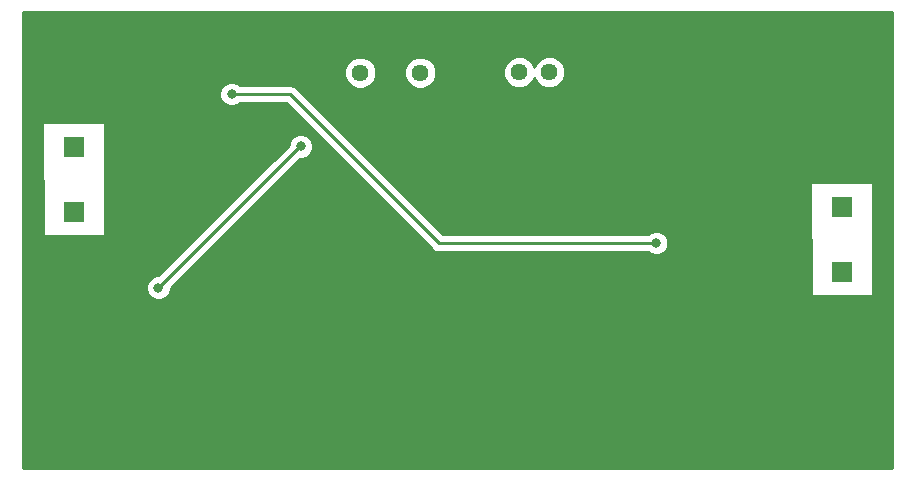
<source format=gbr>
G04 #@! TF.GenerationSoftware,KiCad,Pcbnew,5.0.2-bee76a0~70~ubuntu18.04.1*
G04 #@! TF.CreationDate,2019-01-01T14:35:21-08:00*
G04 #@! TF.ProjectId,Buck_Converter_V1,4275636b-5f43-46f6-9e76-65727465725f,rev?*
G04 #@! TF.SameCoordinates,Original*
G04 #@! TF.FileFunction,Copper,L2,Bot*
G04 #@! TF.FilePolarity,Positive*
%FSLAX46Y46*%
G04 Gerber Fmt 4.6, Leading zero omitted, Abs format (unit mm)*
G04 Created by KiCad (PCBNEW 5.0.2-bee76a0~70~ubuntu18.04.1) date Tue 01 Jan 2019 02:35:21 PM PST*
%MOMM*%
%LPD*%
G01*
G04 APERTURE LIST*
G04 #@! TA.AperFunction,ComponentPad*
%ADD10R,1.700000X1.700000*%
G04 #@! TD*
G04 #@! TA.AperFunction,ComponentPad*
%ADD11C,1.440000*%
G04 #@! TD*
G04 #@! TA.AperFunction,ViaPad*
%ADD12C,0.800000*%
G04 #@! TD*
G04 #@! TA.AperFunction,Conductor*
%ADD13C,0.250000*%
G04 #@! TD*
G04 #@! TA.AperFunction,Conductor*
%ADD14C,0.254000*%
G04 #@! TD*
G04 APERTURE END LIST*
D10*
G04 #@! TO.P,OUT+,1*
G04 #@! TO.N,Vout*
X178800000Y-85380000D03*
G04 #@! TD*
G04 #@! TO.P,OUT-,1*
G04 #@! TO.N,GND*
X178800000Y-104000000D03*
G04 #@! TD*
G04 #@! TO.P,IN-,1*
G04 #@! TO.N,GND*
X113800000Y-104000000D03*
G04 #@! TD*
G04 #@! TO.P,J1,1*
G04 #@! TO.N,Net-(F1-Pad2)*
X113800000Y-85800000D03*
G04 #@! TD*
G04 #@! TO.P,J2,1*
G04 #@! TO.N,GND*
X113800000Y-98500000D03*
G04 #@! TD*
G04 #@! TO.P,J3,1*
G04 #@! TO.N,Vout*
X178800000Y-90880000D03*
G04 #@! TD*
G04 #@! TO.P,J4,1*
G04 #@! TO.N,GND*
X178800000Y-98500000D03*
G04 #@! TD*
D11*
G04 #@! TO.P,RV1,1*
G04 #@! TO.N,GND*
X148958300Y-74015600D03*
G04 #@! TO.P,RV1,2*
G04 #@! TO.N,Net-(RV1-Pad2)*
X151498300Y-74015600D03*
G04 #@! TO.P,RV1,3*
G04 #@! TO.N,Net-(RV1-Pad3)*
X154038300Y-74015600D03*
G04 #@! TD*
G04 #@! TO.P,RV2,3*
G04 #@! TO.N,Net-(RV2-Pad3)*
X143103600Y-74028300D03*
G04 #@! TO.P,RV2,2*
G04 #@! TO.N,GND*
X140563600Y-74028300D03*
G04 #@! TO.P,RV2,1*
G04 #@! TO.N,Net-(C7-Pad1)*
X138023600Y-74028300D03*
G04 #@! TD*
D10*
G04 #@! TO.P,IN+,1*
G04 #@! TO.N,Net-(F1-Pad2)*
X113800000Y-80300000D03*
G04 #@! TD*
D12*
G04 #@! TO.N,GND*
X152323800Y-80073500D03*
X152285700Y-81953100D03*
X152361900Y-83934300D03*
X136448800Y-77419200D03*
X127241300Y-102552500D03*
X142824200Y-102298500D03*
X167957500Y-103657400D03*
X175323500Y-104368600D03*
X116840000Y-104165400D03*
X116522500Y-100482400D03*
X175577500Y-100609400D03*
X136169400Y-97574100D03*
X124206000Y-84201000D03*
X130479800Y-86144100D03*
X140436600Y-86664800D03*
X144043400Y-85166200D03*
X129959100Y-74066400D03*
X145275300Y-77749400D03*
X157556200Y-101396800D03*
X149669500Y-101333300D03*
X156387800Y-84658200D03*
G04 #@! TO.N,Vin*
X132994400Y-80276700D03*
X120942100Y-92240100D03*
G04 #@! TO.N,Vout*
X163080700Y-88468200D03*
X127139700Y-75857100D03*
G04 #@! TD*
D13*
G04 #@! TO.N,Vin*
X132905500Y-80276700D02*
X132994400Y-80276700D01*
X120942100Y-92240100D02*
X132905500Y-80276700D01*
G04 #@! TO.N,Vout*
X127152400Y-75844400D02*
X127139700Y-75857100D01*
X132054600Y-75844400D02*
X127152400Y-75844400D01*
X163080700Y-88468200D02*
X144678400Y-88468200D01*
X144678400Y-88468200D02*
X132054600Y-75844400D01*
G04 #@! TD*
D14*
G04 #@! TO.N,GND*
G36*
X183078201Y-107514400D02*
X109498200Y-107514400D01*
X109498200Y-92034226D01*
X119907100Y-92034226D01*
X119907100Y-92445974D01*
X120064669Y-92826380D01*
X120355820Y-93117531D01*
X120736226Y-93275100D01*
X121147974Y-93275100D01*
X121528380Y-93117531D01*
X121819531Y-92826380D01*
X121977100Y-92445974D01*
X121977100Y-92279901D01*
X132945302Y-81311700D01*
X133200274Y-81311700D01*
X133580680Y-81154131D01*
X133871831Y-80862980D01*
X134029400Y-80482574D01*
X134029400Y-80070826D01*
X133871831Y-79690420D01*
X133580680Y-79399269D01*
X133200274Y-79241700D01*
X132788526Y-79241700D01*
X132408120Y-79399269D01*
X132116969Y-79690420D01*
X131959400Y-80070826D01*
X131959400Y-80147998D01*
X120902299Y-91205100D01*
X120736226Y-91205100D01*
X120355820Y-91362669D01*
X120064669Y-91653820D01*
X119907100Y-92034226D01*
X109498200Y-92034226D01*
X109498200Y-78321432D01*
X111099600Y-78321432D01*
X111125000Y-87744832D01*
X111134667Y-87793091D01*
X111162197Y-87834293D01*
X111203399Y-87861823D01*
X111252000Y-87871490D01*
X116293900Y-87871490D01*
X116342501Y-87861823D01*
X116383703Y-87834293D01*
X116411233Y-87793091D01*
X116420900Y-87744490D01*
X116420900Y-78333790D01*
X116411359Y-78285496D01*
X116383937Y-78244222D01*
X116342807Y-78216585D01*
X116294232Y-78206790D01*
X111430132Y-78194090D01*
X111226600Y-78194090D01*
X111177683Y-78203889D01*
X111136556Y-78231530D01*
X111109137Y-78272806D01*
X111099600Y-78321432D01*
X109498200Y-78321432D01*
X109498200Y-75651226D01*
X126104700Y-75651226D01*
X126104700Y-76062974D01*
X126262269Y-76443380D01*
X126553420Y-76734531D01*
X126933826Y-76892100D01*
X127345574Y-76892100D01*
X127725980Y-76734531D01*
X127856111Y-76604400D01*
X131739799Y-76604400D01*
X144088071Y-88952673D01*
X144130471Y-89016129D01*
X144381863Y-89184104D01*
X144603548Y-89228200D01*
X144603552Y-89228200D01*
X144678399Y-89243088D01*
X144753246Y-89228200D01*
X162376989Y-89228200D01*
X162494420Y-89345631D01*
X162874826Y-89503200D01*
X163286574Y-89503200D01*
X163666980Y-89345631D01*
X163958131Y-89054480D01*
X164115700Y-88674074D01*
X164115700Y-88262326D01*
X163958131Y-87881920D01*
X163666980Y-87590769D01*
X163286574Y-87433200D01*
X162874826Y-87433200D01*
X162494420Y-87590769D01*
X162376989Y-87708200D01*
X144993202Y-87708200D01*
X140682656Y-83397654D01*
X176136300Y-83397654D01*
X176161700Y-92821054D01*
X176171367Y-92869313D01*
X176198897Y-92910515D01*
X176240099Y-92938045D01*
X176288700Y-92947712D01*
X181330600Y-92947712D01*
X181379201Y-92938045D01*
X181420403Y-92910515D01*
X181447933Y-92869313D01*
X181457600Y-92820712D01*
X181457600Y-83410012D01*
X181448059Y-83361718D01*
X181420637Y-83320444D01*
X181379507Y-83292807D01*
X181330932Y-83283012D01*
X176466832Y-83270312D01*
X176263300Y-83270312D01*
X176214383Y-83280111D01*
X176173256Y-83307752D01*
X176145837Y-83349028D01*
X176136300Y-83397654D01*
X140682656Y-83397654D01*
X132644931Y-75359930D01*
X132602529Y-75296471D01*
X132351137Y-75128496D01*
X132129452Y-75084400D01*
X132129447Y-75084400D01*
X132054600Y-75069512D01*
X131979753Y-75084400D01*
X127830711Y-75084400D01*
X127725980Y-74979669D01*
X127345574Y-74822100D01*
X126933826Y-74822100D01*
X126553420Y-74979669D01*
X126262269Y-75270820D01*
X126104700Y-75651226D01*
X109498200Y-75651226D01*
X109498200Y-73758774D01*
X136668600Y-73758774D01*
X136668600Y-74297826D01*
X136874886Y-74795846D01*
X137256054Y-75177014D01*
X137754074Y-75383300D01*
X138293126Y-75383300D01*
X138791146Y-75177014D01*
X139172314Y-74795846D01*
X139378600Y-74297826D01*
X139378600Y-73758774D01*
X141748600Y-73758774D01*
X141748600Y-74297826D01*
X141954886Y-74795846D01*
X142336054Y-75177014D01*
X142834074Y-75383300D01*
X143373126Y-75383300D01*
X143871146Y-75177014D01*
X144252314Y-74795846D01*
X144458600Y-74297826D01*
X144458600Y-73758774D01*
X144453340Y-73746074D01*
X150143300Y-73746074D01*
X150143300Y-74285126D01*
X150349586Y-74783146D01*
X150730754Y-75164314D01*
X151228774Y-75370600D01*
X151767826Y-75370600D01*
X152265846Y-75164314D01*
X152647014Y-74783146D01*
X152768300Y-74490335D01*
X152889586Y-74783146D01*
X153270754Y-75164314D01*
X153768774Y-75370600D01*
X154307826Y-75370600D01*
X154805846Y-75164314D01*
X155187014Y-74783146D01*
X155393300Y-74285126D01*
X155393300Y-73746074D01*
X155187014Y-73248054D01*
X154805846Y-72866886D01*
X154307826Y-72660600D01*
X153768774Y-72660600D01*
X153270754Y-72866886D01*
X152889586Y-73248054D01*
X152768300Y-73540865D01*
X152647014Y-73248054D01*
X152265846Y-72866886D01*
X151767826Y-72660600D01*
X151228774Y-72660600D01*
X150730754Y-72866886D01*
X150349586Y-73248054D01*
X150143300Y-73746074D01*
X144453340Y-73746074D01*
X144252314Y-73260754D01*
X143871146Y-72879586D01*
X143373126Y-72673300D01*
X142834074Y-72673300D01*
X142336054Y-72879586D01*
X141954886Y-73260754D01*
X141748600Y-73758774D01*
X139378600Y-73758774D01*
X139172314Y-73260754D01*
X138791146Y-72879586D01*
X138293126Y-72673300D01*
X137754074Y-72673300D01*
X137256054Y-72879586D01*
X136874886Y-73260754D01*
X136668600Y-73758774D01*
X109498200Y-73758774D01*
X109498200Y-68934400D01*
X183078200Y-68934400D01*
X183078201Y-107514400D01*
X183078201Y-107514400D01*
G37*
X183078201Y-107514400D02*
X109498200Y-107514400D01*
X109498200Y-92034226D01*
X119907100Y-92034226D01*
X119907100Y-92445974D01*
X120064669Y-92826380D01*
X120355820Y-93117531D01*
X120736226Y-93275100D01*
X121147974Y-93275100D01*
X121528380Y-93117531D01*
X121819531Y-92826380D01*
X121977100Y-92445974D01*
X121977100Y-92279901D01*
X132945302Y-81311700D01*
X133200274Y-81311700D01*
X133580680Y-81154131D01*
X133871831Y-80862980D01*
X134029400Y-80482574D01*
X134029400Y-80070826D01*
X133871831Y-79690420D01*
X133580680Y-79399269D01*
X133200274Y-79241700D01*
X132788526Y-79241700D01*
X132408120Y-79399269D01*
X132116969Y-79690420D01*
X131959400Y-80070826D01*
X131959400Y-80147998D01*
X120902299Y-91205100D01*
X120736226Y-91205100D01*
X120355820Y-91362669D01*
X120064669Y-91653820D01*
X119907100Y-92034226D01*
X109498200Y-92034226D01*
X109498200Y-78321432D01*
X111099600Y-78321432D01*
X111125000Y-87744832D01*
X111134667Y-87793091D01*
X111162197Y-87834293D01*
X111203399Y-87861823D01*
X111252000Y-87871490D01*
X116293900Y-87871490D01*
X116342501Y-87861823D01*
X116383703Y-87834293D01*
X116411233Y-87793091D01*
X116420900Y-87744490D01*
X116420900Y-78333790D01*
X116411359Y-78285496D01*
X116383937Y-78244222D01*
X116342807Y-78216585D01*
X116294232Y-78206790D01*
X111430132Y-78194090D01*
X111226600Y-78194090D01*
X111177683Y-78203889D01*
X111136556Y-78231530D01*
X111109137Y-78272806D01*
X111099600Y-78321432D01*
X109498200Y-78321432D01*
X109498200Y-75651226D01*
X126104700Y-75651226D01*
X126104700Y-76062974D01*
X126262269Y-76443380D01*
X126553420Y-76734531D01*
X126933826Y-76892100D01*
X127345574Y-76892100D01*
X127725980Y-76734531D01*
X127856111Y-76604400D01*
X131739799Y-76604400D01*
X144088071Y-88952673D01*
X144130471Y-89016129D01*
X144381863Y-89184104D01*
X144603548Y-89228200D01*
X144603552Y-89228200D01*
X144678399Y-89243088D01*
X144753246Y-89228200D01*
X162376989Y-89228200D01*
X162494420Y-89345631D01*
X162874826Y-89503200D01*
X163286574Y-89503200D01*
X163666980Y-89345631D01*
X163958131Y-89054480D01*
X164115700Y-88674074D01*
X164115700Y-88262326D01*
X163958131Y-87881920D01*
X163666980Y-87590769D01*
X163286574Y-87433200D01*
X162874826Y-87433200D01*
X162494420Y-87590769D01*
X162376989Y-87708200D01*
X144993202Y-87708200D01*
X140682656Y-83397654D01*
X176136300Y-83397654D01*
X176161700Y-92821054D01*
X176171367Y-92869313D01*
X176198897Y-92910515D01*
X176240099Y-92938045D01*
X176288700Y-92947712D01*
X181330600Y-92947712D01*
X181379201Y-92938045D01*
X181420403Y-92910515D01*
X181447933Y-92869313D01*
X181457600Y-92820712D01*
X181457600Y-83410012D01*
X181448059Y-83361718D01*
X181420637Y-83320444D01*
X181379507Y-83292807D01*
X181330932Y-83283012D01*
X176466832Y-83270312D01*
X176263300Y-83270312D01*
X176214383Y-83280111D01*
X176173256Y-83307752D01*
X176145837Y-83349028D01*
X176136300Y-83397654D01*
X140682656Y-83397654D01*
X132644931Y-75359930D01*
X132602529Y-75296471D01*
X132351137Y-75128496D01*
X132129452Y-75084400D01*
X132129447Y-75084400D01*
X132054600Y-75069512D01*
X131979753Y-75084400D01*
X127830711Y-75084400D01*
X127725980Y-74979669D01*
X127345574Y-74822100D01*
X126933826Y-74822100D01*
X126553420Y-74979669D01*
X126262269Y-75270820D01*
X126104700Y-75651226D01*
X109498200Y-75651226D01*
X109498200Y-73758774D01*
X136668600Y-73758774D01*
X136668600Y-74297826D01*
X136874886Y-74795846D01*
X137256054Y-75177014D01*
X137754074Y-75383300D01*
X138293126Y-75383300D01*
X138791146Y-75177014D01*
X139172314Y-74795846D01*
X139378600Y-74297826D01*
X139378600Y-73758774D01*
X141748600Y-73758774D01*
X141748600Y-74297826D01*
X141954886Y-74795846D01*
X142336054Y-75177014D01*
X142834074Y-75383300D01*
X143373126Y-75383300D01*
X143871146Y-75177014D01*
X144252314Y-74795846D01*
X144458600Y-74297826D01*
X144458600Y-73758774D01*
X144453340Y-73746074D01*
X150143300Y-73746074D01*
X150143300Y-74285126D01*
X150349586Y-74783146D01*
X150730754Y-75164314D01*
X151228774Y-75370600D01*
X151767826Y-75370600D01*
X152265846Y-75164314D01*
X152647014Y-74783146D01*
X152768300Y-74490335D01*
X152889586Y-74783146D01*
X153270754Y-75164314D01*
X153768774Y-75370600D01*
X154307826Y-75370600D01*
X154805846Y-75164314D01*
X155187014Y-74783146D01*
X155393300Y-74285126D01*
X155393300Y-73746074D01*
X155187014Y-73248054D01*
X154805846Y-72866886D01*
X154307826Y-72660600D01*
X153768774Y-72660600D01*
X153270754Y-72866886D01*
X152889586Y-73248054D01*
X152768300Y-73540865D01*
X152647014Y-73248054D01*
X152265846Y-72866886D01*
X151767826Y-72660600D01*
X151228774Y-72660600D01*
X150730754Y-72866886D01*
X150349586Y-73248054D01*
X150143300Y-73746074D01*
X144453340Y-73746074D01*
X144252314Y-73260754D01*
X143871146Y-72879586D01*
X143373126Y-72673300D01*
X142834074Y-72673300D01*
X142336054Y-72879586D01*
X141954886Y-73260754D01*
X141748600Y-73758774D01*
X139378600Y-73758774D01*
X139172314Y-73260754D01*
X138791146Y-72879586D01*
X138293126Y-72673300D01*
X137754074Y-72673300D01*
X137256054Y-72879586D01*
X136874886Y-73260754D01*
X136668600Y-73758774D01*
X109498200Y-73758774D01*
X109498200Y-68934400D01*
X183078200Y-68934400D01*
X183078201Y-107514400D01*
G04 #@! TD*
M02*

</source>
